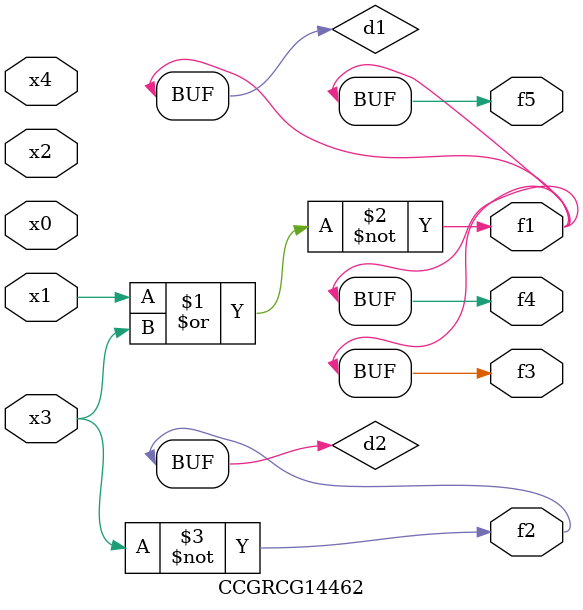
<source format=v>
module CCGRCG14462(
	input x0, x1, x2, x3, x4,
	output f1, f2, f3, f4, f5
);

	wire d1, d2;

	nor (d1, x1, x3);
	not (d2, x3);
	assign f1 = d1;
	assign f2 = d2;
	assign f3 = d1;
	assign f4 = d1;
	assign f5 = d1;
endmodule

</source>
